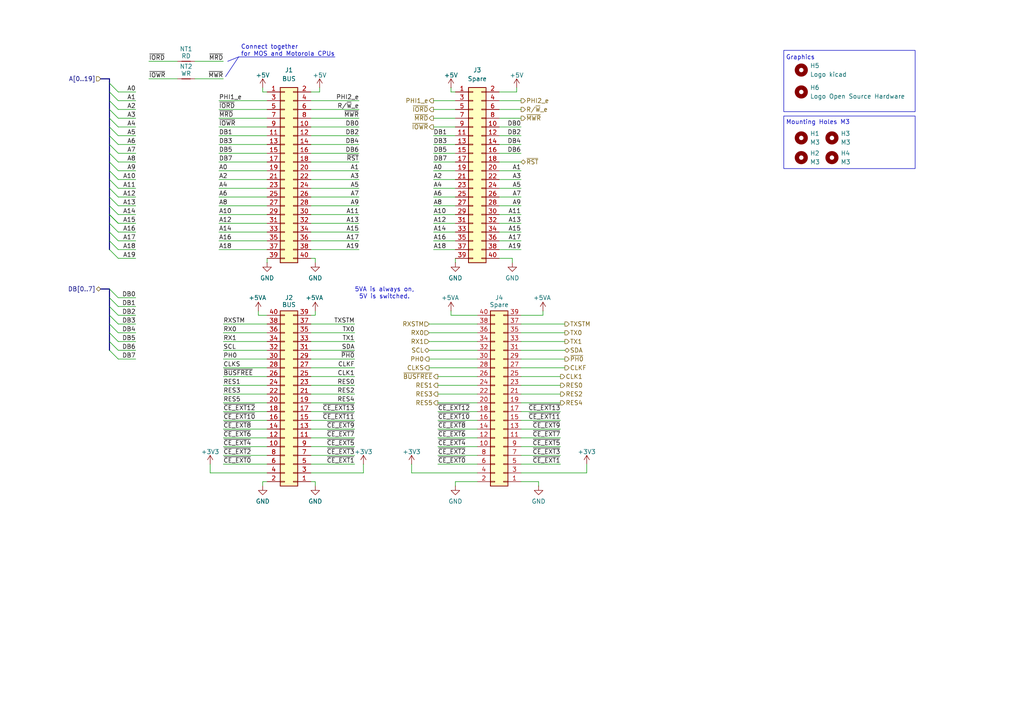
<source format=kicad_sch>
(kicad_sch (version 20231120) (generator "eeschema") (generator_version "8.0")
  (paper "A4")
  (title_block (title "Unicomp v3 - Bus") (date "2024-10-01") (rev "v1.0") (company "100% Offner") (comment 1 "v1.0: Initial"))
  (lib_symbols
    (symbol "Connector_Generic:Conn_02x20_Odd_Even" (pin_names (offset 1.016) hide)
      (property "Reference" "J" (at 1.27 25.4 0))
      (property "Value" "Conn_02x20_Odd_Even" (at 1.27 -27.94 0))
      (symbol "Conn_02x20_Odd_Even_1_1"
        (rectangle (start -1.27 -25.273) (end 0 -25.527) (stroke (width 0.1524)))
        (rectangle (start -1.27 -22.733) (end 0 -22.987) (stroke (width 0.1524)))
        (rectangle (start -1.27 -20.193) (end 0 -20.447) (stroke (width 0.1524)))
        (rectangle (start -1.27 -17.653) (end 0 -17.907) (stroke (width 0.1524)))
        (rectangle (start -1.27 -15.113) (end 0 -15.367) (stroke (width 0.1524)))
        (rectangle (start -1.27 -12.573) (end 0 -12.827) (stroke (width 0.1524)))
        (rectangle (start -1.27 -10.033) (end 0 -10.287) (stroke (width 0.1524)))
        (rectangle (start -1.27 -7.493) (end 0 -7.747) (stroke (width 0.1524)))
        (rectangle (start -1.27 -4.953) (end 0 -5.207) (stroke (width 0.1524)))
        (rectangle (start -1.27 -2.413) (end 0 -2.667) (stroke (width 0.1524)))
        (rectangle (start -1.27 0.127) (end 0 -0.127) (stroke (width 0.1524)))
        (rectangle (start -1.27 2.667) (end 0 2.413) (stroke (width 0.1524)))
        (rectangle (start -1.27 5.207) (end 0 4.953) (stroke (width 0.1524)))
        (rectangle (start -1.27 7.747) (end 0 7.493) (stroke (width 0.1524)))
        (rectangle (start -1.27 10.287) (end 0 10.033) (stroke (width 0.1524)))
        (rectangle (start -1.27 12.827) (end 0 12.573) (stroke (width 0.1524)))
        (rectangle (start -1.27 15.367) (end 0 15.113) (stroke (width 0.1524)))
        (rectangle (start -1.27 17.907) (end 0 17.653) (stroke (width 0.1524)))
        (rectangle (start -1.27 20.447) (end 0 20.193) (stroke (width 0.1524)))
        (rectangle (start -1.27 22.987) (end 0 22.733) (stroke (width 0.1524)))
        (rectangle (start -1.27 24.13) (end 3.81 -26.67) (stroke (width 0.254)) (fill (type background)))
        (rectangle (start 3.81 -25.273) (end 2.54 -25.527) (stroke (width 0.1524)))
        (rectangle (start 3.81 -22.733) (end 2.54 -22.987) (stroke (width 0.1524)))
        (rectangle (start 3.81 -20.193) (end 2.54 -20.447) (stroke (width 0.1524)))
        (rectangle (start 3.81 -17.653) (end 2.54 -17.907) (stroke (width 0.1524)))
        (rectangle (start 3.81 -15.113) (end 2.54 -15.367) (stroke (width 0.1524)))
        (rectangle (start 3.81 -12.573) (end 2.54 -12.827) (stroke (width 0.1524)))
        (rectangle (start 3.81 -10.033) (end 2.54 -10.287) (stroke (width 0.1524)))
        (rectangle (start 3.81 -7.493) (end 2.54 -7.747) (stroke (width 0.1524)))
        (rectangle (start 3.81 -4.953) (end 2.54 -5.207) (stroke (width 0.1524)))
        (rectangle (start 3.81 -2.413) (end 2.54 -2.667) (stroke (width 0.1524)))
        (rectangle (start 3.81 0.127) (end 2.54 -0.127) (stroke (width 0.1524)))
        (rectangle (start 3.81 2.667) (end 2.54 2.413) (stroke (width 0.1524)))
        (rectangle (start 3.81 5.207) (end 2.54 4.953) (stroke (width 0.1524)))
        (rectangle (start 3.81 7.747) (end 2.54 7.493) (stroke (width 0.1524)))
        (rectangle (start 3.81 10.287) (end 2.54 10.033) (stroke (width 0.1524)))
        (rectangle (start 3.81 12.827) (end 2.54 12.573) (stroke (width 0.1524)))
        (rectangle (start 3.81 15.367) (end 2.54 15.113) (stroke (width 0.1524)))
        (rectangle (start 3.81 17.907) (end 2.54 17.653) (stroke (width 0.1524)))
        (rectangle (start 3.81 20.447) (end 2.54 20.193) (stroke (width 0.1524)))
        (rectangle (start 3.81 22.987) (end 2.54 22.733) (stroke (width 0.1524)))
        (pin passive line (at -5.08 22.86 0) (length 3.81) (name "Pin_1") (number "1"))
        (pin passive line (at 7.62 12.7 180) (length 3.81) (name "Pin_10") (number "10"))
        (pin passive line (at -5.08 10.16 0) (length 3.81) (name "Pin_11") (number "11"))
        (pin passive line (at 7.62 10.16 180) (length 3.81) (name "Pin_12") (number "12"))
        (pin passive line (at -5.08 7.62 0) (length 3.81) (name "Pin_13") (number "13"))
        (pin passive line (at 7.62 7.62 180) (length 3.81) (name "Pin_14") (number "14"))
        (pin passive line (at -5.08 5.08 0) (length 3.81) (name "Pin_15") (number "15"))
        (pin passive line (at 7.62 5.08 180) (length 3.81) (name "Pin_16") (number "16"))
        (pin passive line (at -5.08 2.54 0) (length 3.81) (name "Pin_17") (number "17"))
        (pin passive line (at 7.62 2.54 180) (length 3.81) (name "Pin_18") (number "18"))
        (pin passive line (at -5.08 0 0) (length 3.81) (name "Pin_19") (number "19"))
        (pin passive line (at 7.62 22.86 180) (length 3.81) (name "Pin_2") (number "2"))
        (pin passive line (at 7.62 0 180) (length 3.81) (name "Pin_20") (number "20"))
        (pin passive line (at -5.08 -2.54 0) (length 3.81) (name "Pin_21") (number "21"))
        (pin passive line (at 7.62 -2.54 180) (length 3.81) (name "Pin_22") (number "22"))
        (pin passive line (at -5.08 -5.08 0) (length 3.81) (name "Pin_23") (number "23"))
        (pin passive line (at 7.62 -5.08 180) (length 3.81) (name "Pin_24") (number "24"))
        (pin passive line (at -5.08 -7.62 0) (length 3.81) (name "Pin_25") (number "25"))
        (pin passive line (at 7.62 -7.62 180) (length 3.81) (name "Pin_26") (number "26"))
        (pin passive line (at -5.08 -10.16 0) (length 3.81) (name "Pin_27") (number "27"))
        (pin passive line (at 7.62 -10.16 180) (length 3.81) (name "Pin_28") (number "28"))
        (pin passive line (at -5.08 -12.7 0) (length 3.81) (name "Pin_29") (number "29"))
        (pin passive line (at -5.08 20.32 0) (length 3.81) (name "Pin_3") (number "3"))
        (pin passive line (at 7.62 -12.7 180) (length 3.81) (name "Pin_30") (number "30"))
        (pin passive line (at -5.08 -15.24 0) (length 3.81) (name "Pin_31") (number "31"))
        (pin passive line (at 7.62 -15.24 180) (length 3.81) (name "Pin_32") (number "32"))
        (pin passive line (at -5.08 -17.78 0) (length 3.81) (name "Pin_33") (number "33"))
        (pin passive line (at 7.62 -17.78 180) (length 3.81) (name "Pin_34") (number "34"))
        (pin passive line (at -5.08 -20.32 0) (length 3.81) (name "Pin_35") (number "35"))
        (pin passive line (at 7.62 -20.32 180) (length 3.81) (name "Pin_36") (number "36"))
        (pin passive line (at -5.08 -22.86 0) (length 3.81) (name "Pin_37") (number "37"))
        (pin passive line (at 7.62 -22.86 180) (length 3.81) (name "Pin_38") (number "38"))
        (pin passive line (at -5.08 -25.4 0) (length 3.81) (name "Pin_39") (number "39"))
        (pin passive line (at 7.62 20.32 180) (length 3.81) (name "Pin_4") (number "4"))
        (pin passive line (at 7.62 -25.4 180) (length 3.81) (name "Pin_40") (number "40"))
        (pin passive line (at -5.08 17.78 0) (length 3.81) (name "Pin_5") (number "5"))
        (pin passive line (at 7.62 17.78 180) (length 3.81) (name "Pin_6") (number "6"))
        (pin passive line (at -5.08 15.24 0) (length 3.81) (name "Pin_7") (number "7"))
        (pin passive line (at 7.62 15.24 180) (length 3.81) (name "Pin_8") (number "8"))
        (pin passive line (at -5.08 12.7 0) (length 3.81) (name "Pin_9") (number "9"))
      )
    )
    (symbol "Device:NetTie_2" (pin_numbers hide) (pin_names (offset 0) hide) (in_bom no)
      (property "Reference" "NT" (at 0 1.27 0))
      (property "Value" "NetTie_2" (at 0 -1.27 0))
      (symbol "NetTie_2_0_1"
        (polyline (pts (xy -1.27 0) (xy 1.27 0)) (stroke (width 0.254)))
      )
      (symbol "NetTie_2_1_1"
        (pin passive line (at -2.54 0 0) (length 2.54) (name "1") (number "1"))
        (pin passive line (at 2.54 0 180) (length 2.54) (name "2") (number "2"))
      )
    )
    (symbol "Mechanical:MountingHole" (pin_names (offset 1.016)) (exclude_from_sim yes) (in_bom no)
      (property "Reference" "H" (at 0 5.08 0))
      (property "Value" "MountingHole" (at 0 3.175 0))
      (symbol "MountingHole_0_1"
        (circle (center 0 0) (radius 1.27) (stroke (width 1.27)))
      )
    )
    (symbol "power:+3V3" (power) (pin_numbers hide) (pin_names (offset 0) hide)
      (property "Value" "+3V3" (at 0 3.556 0))
      (symbol "+3V3_0_1"
        (polyline (pts (xy -0.762 1.27) (xy 0 2.54)))
        (polyline (pts (xy 0 0) (xy 0 2.54)))
        (polyline (pts (xy 0 2.54) (xy 0.762 1.27)))
      )
      (symbol "+3V3_1_1"
        (pin power_in line (at 0 0 90) (length 0) (name "~") (number "1"))
      )
    )
    (symbol "power:+5V" (power) (pin_numbers hide) (pin_names (offset 0) hide)
      (property "Value" "+5V" (at 0 3.556 0))
      (symbol "+5V_0_1"
        (polyline (pts (xy -0.762 1.27) (xy 0 2.54)))
        (polyline (pts (xy 0 0) (xy 0 2.54)))
        (polyline (pts (xy 0 2.54) (xy 0.762 1.27)))
      )
      (symbol "+5V_1_1"
        (pin power_in line (at 0 0 90) (length 0) (name "~") (number "1"))
      )
    )
    (symbol "power:+5VA" (power) (pin_numbers hide) (pin_names (offset 0) hide)
      (property "Value" "+5VA" (at 0 3.556 0))
      (symbol "+5VA_0_1"
        (polyline (pts (xy -0.762 1.27) (xy 0 2.54)))
        (polyline (pts (xy 0 0) (xy 0 2.54)))
        (polyline (pts (xy 0 2.54) (xy 0.762 1.27)))
      )
      (symbol "+5VA_1_1"
        (pin power_in line (at 0 0 90) (length 0) (name "~") (number "1"))
      )
    )
    (symbol "power:GND" (power) (pin_numbers hide) (pin_names (offset 0) hide)
      (property "Value" "GND" (at 0 -3.81 0))
      (symbol "GND_0_1"
        (polyline (pts (xy 0 0) (xy 0 -1.27) (xy 1.27 -1.27) (xy 0 -2.54) (xy -1.27 -1.27) (xy 0 -1.27)))
      )
      (symbol "GND_1_1"
        (pin power_in line (at 0 0 270) (length 0) (name "~") (number "1"))
      )
    )
  )
  (bus_entry (at 31.75 57.15) (size 2.54 2.54))
  (bus_entry (at 31.75 49.53) (size 2.54 2.54))
  (bus_entry (at 31.75 34.29) (size 2.54 2.54))
  (bus_entry (at 31.75 62.23) (size 2.54 2.54))
  (bus_entry (at 31.75 72.39) (size 2.54 2.54))
  (bus_entry (at 31.75 91.44) (size 2.54 2.54))
  (bus_entry (at 31.75 83.82) (size 2.54 2.54))
  (bus_entry (at 31.75 99.06) (size 2.54 2.54))
  (bus_entry (at 31.75 36.83) (size 2.54 2.54))
  (bus_entry (at 31.75 24.13) (size 2.54 2.54))
  (bus_entry (at 31.75 67.31) (size 2.54 2.54))
  (bus_entry (at 31.75 54.61) (size 2.54 2.54))
  (bus_entry (at 31.75 44.45) (size 2.54 2.54))
  (bus_entry (at 31.75 86.36) (size 2.54 2.54))
  (bus_entry (at 31.75 41.91) (size 2.54 2.54))
  (bus_entry (at 31.75 46.99) (size 2.54 2.54))
  (bus_entry (at 31.75 39.37) (size 2.54 2.54))
  (bus_entry (at 31.75 31.75) (size 2.54 2.54))
  (bus_entry (at 31.75 29.21) (size 2.54 2.54))
  (bus_entry (at 31.75 96.52) (size 2.54 2.54))
  (bus_entry (at 31.75 26.67) (size 2.54 2.54))
  (bus_entry (at 31.75 88.9) (size 2.54 2.54))
  (bus_entry (at 31.75 52.07) (size 2.54 2.54))
  (bus_entry (at 31.75 62.23) (size 2.54 2.54))
  (bus_entry (at 31.75 69.85) (size 2.54 2.54))
  (bus_entry (at 31.75 59.69) (size 2.54 2.54))
  (bus_entry (at 31.75 93.98) (size 2.54 2.54))
  (bus_entry (at 31.75 64.77) (size 2.54 2.54))
  (bus_entry (at 31.75 101.6) (size 2.54 2.54))
  (wire (pts (xy 39.37 91.44) (xy 34.29 91.44)))
  (wire (pts (xy 125.73 41.91) (xy 132.08 41.91)))
  (bus (pts (xy 31.75 91.44) (xy 31.75 88.9)))
  (bus (pts (xy 31.75 31.75) (xy 31.75 29.21)))
  (wire (pts (xy 91.44 74.93) (xy 90.17 74.93)))
  (wire (pts (xy 151.13 116.84) (xy 162.56 116.84)))
  (wire (pts (xy 125.73 44.45) (xy 132.08 44.45)))
  (wire (pts (xy 63.5 29.21) (xy 77.47 29.21)))
  (wire (pts (xy 144.78 57.15) (xy 151.13 57.15)))
  (wire (pts (xy 91.44 90.17) (xy 91.44 91.44)))
  (wire (pts (xy 156.21 139.7) (xy 151.13 139.7)))
  (wire (pts (xy 39.37 104.14) (xy 34.29 104.14)))
  (wire (pts (xy 90.17 99.06) (xy 102.87 99.06)))
  (wire (pts (xy 170.18 134.62) (xy 170.18 137.16)))
  (wire (pts (xy 125.73 39.37) (xy 132.08 39.37)))
  (wire (pts (xy 63.5 64.77) (xy 77.47 64.77)))
  (wire (pts (xy 130.81 90.17) (xy 130.81 91.44)))
  (wire (pts (xy 64.77 134.62) (xy 77.47 134.62)))
  (wire (pts (xy 144.78 64.77) (xy 151.13 64.77)))
  (wire (pts (xy 144.78 69.85) (xy 151.13 69.85)))
  (wire (pts (xy 64.77 121.92) (xy 77.47 121.92)))
  (wire (pts (xy 151.13 129.54) (xy 162.56 129.54)))
  (wire (pts (xy 127 111.76) (xy 138.43 111.76)))
  (wire (pts (xy 90.17 64.77) (xy 104.14 64.77)))
  (wire (pts (xy 149.86 26.67) (xy 144.78 26.67)))
  (wire (pts (xy 39.37 69.85) (xy 34.29 69.85)))
  (wire (pts (xy 91.44 76.2) (xy 91.44 74.93)))
  (wire (pts (xy 151.13 99.06) (xy 163.83 99.06)))
  (wire (pts (xy 90.17 59.69) (xy 104.14 59.69)))
  (wire (pts (xy 127 127) (xy 138.43 127)))
  (wire (pts (xy 130.81 91.44) (xy 138.43 91.44)))
  (wire (pts (xy 63.5 36.83) (xy 77.47 36.83)))
  (wire (pts (xy 63.5 39.37) (xy 77.47 39.37)))
  (wire (pts (xy 90.17 116.84) (xy 102.87 116.84)))
  (wire (pts (xy 157.48 90.17) (xy 157.48 91.44)))
  (wire (pts (xy 56.515 17.78) (xy 64.77 17.78)))
  (wire (pts (xy 125.73 69.85) (xy 132.08 69.85)))
  (wire (pts (xy 60.96 137.16) (xy 77.47 137.16)))
  (wire (pts (xy 148.59 76.2) (xy 148.59 74.93)))
  (wire (pts (xy 151.13 127) (xy 162.56 127)))
  (bus (pts (xy 31.75 99.06) (xy 31.75 96.52)))
  (bus (pts (xy 31.75 88.9) (xy 31.75 86.36)))
  (wire (pts (xy 125.73 46.99) (xy 132.08 46.99)))
  (wire (pts (xy 76.2 25.4) (xy 76.2 26.67)))
  (wire (pts (xy 125.73 31.75) (xy 132.08 31.75)))
  (wire (pts (xy 39.37 36.83) (xy 34.29 36.83)))
  (wire (pts (xy 39.37 57.15) (xy 34.29 57.15)))
  (wire (pts (xy 74.93 91.44) (xy 77.47 91.44)))
  (bus (pts (xy 31.75 64.77) (xy 31.75 62.23)))
  (wire (pts (xy 39.37 62.23) (xy 34.29 62.23)))
  (wire (pts (xy 64.77 99.06) (xy 77.47 99.06)))
  (wire (pts (xy 149.86 25.4) (xy 149.86 26.67)))
  (wire (pts (xy 125.73 57.15) (xy 132.08 57.15)))
  (wire (pts (xy 39.37 52.07) (xy 34.29 52.07)))
  (wire (pts (xy 90.17 36.83) (xy 104.14 36.83)))
  (wire (pts (xy 39.37 49.53) (xy 34.29 49.53)))
  (bus (pts (xy 31.75 44.45) (xy 31.75 41.91)))
  (wire (pts (xy 92.71 25.4) (xy 92.71 26.67)))
  (wire (pts (xy 90.17 31.75) (xy 104.14 31.75)))
  (wire (pts (xy 64.77 124.46) (xy 77.47 124.46)))
  (bus (pts (xy 31.75 86.36) (xy 31.75 83.82)))
  (wire (pts (xy 64.77 106.68) (xy 77.47 106.68)))
  (wire (pts (xy 39.37 88.9) (xy 34.29 88.9)))
  (wire (pts (xy 64.77 101.6) (xy 77.47 101.6)))
  (wire (pts (xy 64.77 114.3) (xy 77.47 114.3)))
  (bus (pts (xy 31.75 69.85) (xy 31.75 67.31)))
  (wire (pts (xy 39.37 46.99) (xy 34.29 46.99)))
  (wire (pts (xy 125.73 59.69) (xy 132.08 59.69)))
  (wire (pts (xy 39.37 96.52) (xy 34.29 96.52)))
  (wire (pts (xy 64.77 129.54) (xy 77.47 129.54)))
  (wire (pts (xy 39.37 39.37) (xy 34.29 39.37)))
  (wire (pts (xy 125.73 36.83) (xy 132.08 36.83)))
  (wire (pts (xy 125.73 52.07) (xy 132.08 52.07)))
  (wire (pts (xy 39.37 34.29) (xy 34.29 34.29)))
  (wire (pts (xy 63.5 31.75) (xy 77.47 31.75)))
  (wire (pts (xy 127 116.84) (xy 138.43 116.84)))
  (wire (pts (xy 151.13 124.46) (xy 162.56 124.46)))
  (wire (pts (xy 130.81 26.67) (xy 132.08 26.67)))
  (wire (pts (xy 151.13 101.6) (xy 163.83 101.6)))
  (bus (pts (xy 31.75 39.37) (xy 31.75 36.83)))
  (wire (pts (xy 63.5 52.07) (xy 77.47 52.07)))
  (wire (pts (xy 90.17 134.62) (xy 102.87 134.62)))
  (bus (pts (xy 31.75 93.98) (xy 31.75 91.44)))
  (wire (pts (xy 39.37 44.45) (xy 34.29 44.45)))
  (wire (pts (xy 157.48 91.44) (xy 151.13 91.44)))
  (wire (pts (xy 127 114.3) (xy 138.43 114.3)))
  (wire (pts (xy 124.46 106.68) (xy 138.43 106.68)))
  (wire (pts (xy 77.47 76.2) (xy 77.47 74.93)))
  (wire (pts (xy 63.5 72.39) (xy 77.47 72.39)))
  (wire (pts (xy 151.13 109.22) (xy 162.56 109.22)))
  (wire (pts (xy 90.17 69.85) (xy 104.14 69.85)))
  (wire (pts (xy 63.5 62.23) (xy 77.47 62.23)))
  (wire (pts (xy 127 119.38) (xy 138.43 119.38)))
  (wire (pts (xy 63.5 59.69) (xy 77.47 59.69)))
  (polyline (pts (xy 97.155 16.51) (xy 69.215 16.51)))
  (wire (pts (xy 90.17 57.15) (xy 104.14 57.15)))
  (wire (pts (xy 91.44 91.44) (xy 90.17 91.44)))
  (wire (pts (xy 125.73 62.23) (xy 132.08 62.23)))
  (bus (pts (xy 31.75 52.07) (xy 31.75 49.53)))
  (bus (pts (xy 31.75 54.61) (xy 31.75 52.07)))
  (wire (pts (xy 39.37 64.77) (xy 34.29 64.77)))
  (wire (pts (xy 144.78 62.23) (xy 151.13 62.23)))
  (wire (pts (xy 125.73 34.29) (xy 132.08 34.29)))
  (bus (pts (xy 31.75 72.39) (xy 31.75 69.85)))
  (wire (pts (xy 144.78 67.31) (xy 151.13 67.31)))
  (wire (pts (xy 151.13 132.08) (xy 162.56 132.08)))
  (wire (pts (xy 119.38 137.16) (xy 138.43 137.16)))
  (wire (pts (xy 151.13 96.52) (xy 163.83 96.52)))
  (wire (pts (xy 63.5 54.61) (xy 77.47 54.61)))
  (bus (pts (xy 31.75 49.53) (xy 31.75 46.99)))
  (wire (pts (xy 76.2 140.97) (xy 76.2 139.7)))
  (wire (pts (xy 156.21 140.97) (xy 156.21 139.7)))
  (wire (pts (xy 39.37 99.06) (xy 34.29 99.06)))
  (wire (pts (xy 91.44 140.97) (xy 91.44 139.7)))
  (bus (pts (xy 31.75 29.21) (xy 31.75 26.67)))
  (wire (pts (xy 125.73 67.31) (xy 132.08 67.31)))
  (wire (pts (xy 144.78 49.53) (xy 151.13 49.53)))
  (wire (pts (xy 39.37 86.36) (xy 34.29 86.36)))
  (bus (pts (xy 31.75 83.82) (xy 29.21 83.82)))
  (wire (pts (xy 127 121.92) (xy 138.43 121.92)))
  (wire (pts (xy 127 129.54) (xy 138.43 129.54)))
  (wire (pts (xy 63.5 34.29) (xy 77.47 34.29)))
  (wire (pts (xy 144.78 34.29) (xy 151.13 34.29)))
  (wire (pts (xy 43.18 17.78) (xy 51.435 17.78)))
  (wire (pts (xy 63.5 46.99) (xy 77.47 46.99)))
  (wire (pts (xy 90.17 106.68) (xy 102.87 106.68)))
  (wire (pts (xy 144.78 29.21) (xy 151.13 29.21)))
  (wire (pts (xy 76.2 26.67) (xy 77.47 26.67)))
  (wire (pts (xy 90.17 114.3) (xy 102.87 114.3)))
  (wire (pts (xy 132.08 76.2) (xy 132.08 74.93)))
  (wire (pts (xy 125.73 72.39) (xy 132.08 72.39)))
  (wire (pts (xy 74.93 90.17) (xy 74.93 91.44)))
  (wire (pts (xy 64.77 109.22) (xy 77.47 109.22)))
  (wire (pts (xy 39.37 74.93) (xy 34.29 74.93)))
  (wire (pts (xy 90.17 104.14) (xy 102.87 104.14)))
  (wire (pts (xy 90.17 44.45) (xy 104.14 44.45)))
  (wire (pts (xy 64.77 111.76) (xy 77.47 111.76)))
  (wire (pts (xy 144.78 54.61) (xy 151.13 54.61)))
  (wire (pts (xy 124.46 101.6) (xy 138.43 101.6)))
  (bus (pts (xy 31.75 57.15) (xy 31.75 54.61)))
  (wire (pts (xy 151.13 93.98) (xy 163.83 93.98)))
  (wire (pts (xy 63.5 69.85) (xy 77.47 69.85)))
  (wire (pts (xy 64.77 93.98) (xy 77.47 93.98)))
  (wire (pts (xy 39.37 31.75) (xy 34.29 31.75)))
  (wire (pts (xy 90.17 62.23) (xy 104.14 62.23)))
  (wire (pts (xy 124.46 96.52) (xy 138.43 96.52)))
  (wire (pts (xy 127 124.46) (xy 138.43 124.46)))
  (wire (pts (xy 90.17 49.53) (xy 104.14 49.53)))
  (bus (pts (xy 31.75 46.99) (xy 31.75 44.45)))
  (wire (pts (xy 64.77 96.52) (xy 77.47 96.52)))
  (wire (pts (xy 124.46 104.14) (xy 138.43 104.14)))
  (wire (pts (xy 90.17 127) (xy 102.87 127)))
  (wire (pts (xy 92.71 26.67) (xy 90.17 26.67)))
  (wire (pts (xy 56.515 22.86) (xy 64.77 22.86)))
  (wire (pts (xy 76.2 139.7) (xy 77.47 139.7)))
  (wire (pts (xy 124.46 99.06) (xy 138.43 99.06)))
  (wire (pts (xy 144.78 44.45) (xy 151.13 44.45)))
  (wire (pts (xy 144.78 59.69) (xy 151.13 59.69)))
  (wire (pts (xy 125.73 54.61) (xy 132.08 54.61)))
  (wire (pts (xy 43.18 22.86) (xy 51.435 22.86)))
  (wire (pts (xy 63.5 67.31) (xy 77.47 67.31)))
  (wire (pts (xy 127 132.08) (xy 138.43 132.08)))
  (wire (pts (xy 90.17 119.38) (xy 102.87 119.38)))
  (wire (pts (xy 63.5 41.91) (xy 77.47 41.91)))
  (wire (pts (xy 39.37 59.69) (xy 34.29 59.69)))
  (wire (pts (xy 63.5 44.45) (xy 77.47 44.45)))
  (wire (pts (xy 60.96 134.62) (xy 60.96 137.16)))
  (polyline (pts (xy 65.405 22.225) (xy 69.215 16.51)))
  (wire (pts (xy 151.13 119.38) (xy 162.56 119.38)))
  (wire (pts (xy 64.77 116.84) (xy 77.47 116.84)))
  (wire (pts (xy 90.17 129.54) (xy 102.87 129.54)))
  (wire (pts (xy 127 134.62) (xy 138.43 134.62)))
  (wire (pts (xy 39.37 93.98) (xy 34.29 93.98)))
  (wire (pts (xy 64.77 127) (xy 77.47 127)))
  (wire (pts (xy 39.37 101.6) (xy 34.29 101.6)))
  (wire (pts (xy 64.77 119.38) (xy 77.47 119.38)))
  (wire (pts (xy 144.78 31.75) (xy 151.13 31.75)))
  (bus (pts (xy 31.75 36.83) (xy 31.75 34.29)))
  (wire (pts (xy 151.13 111.76) (xy 162.56 111.76)))
  (wire (pts (xy 90.17 41.91) (xy 104.14 41.91)))
  (wire (pts (xy 151.13 137.16) (xy 170.18 137.16)))
  (wire (pts (xy 63.5 57.15) (xy 77.47 57.15)))
  (wire (pts (xy 148.59 74.93) (xy 144.78 74.93)))
  (wire (pts (xy 90.17 39.37) (xy 104.14 39.37)))
  (wire (pts (xy 119.38 134.62) (xy 119.38 137.16)))
  (wire (pts (xy 90.17 34.29) (xy 104.14 34.29)))
  (wire (pts (xy 39.37 41.91) (xy 34.29 41.91)))
  (wire (pts (xy 132.08 139.7) (xy 138.43 139.7)))
  (wire (pts (xy 125.73 64.77) (xy 132.08 64.77)))
  (wire (pts (xy 39.37 29.21) (xy 34.29 29.21)))
  (wire (pts (xy 90.17 93.98) (xy 102.87 93.98)))
  (wire (pts (xy 144.78 41.91) (xy 151.13 41.91)))
  (wire (pts (xy 144.78 46.99) (xy 151.13 46.99)))
  (bus (pts (xy 31.75 59.69) (xy 31.75 57.15)))
  (wire (pts (xy 90.17 101.6) (xy 102.87 101.6)))
  (wire (pts (xy 90.17 124.46) (xy 102.87 124.46)))
  (bus (pts (xy 31.75 41.91) (xy 31.75 39.37)))
  (wire (pts (xy 90.17 109.22) (xy 102.87 109.22)))
  (wire (pts (xy 151.13 104.14) (xy 163.83 104.14)))
  (wire (pts (xy 125.73 29.21) (xy 132.08 29.21)))
  (bus (pts (xy 31.75 26.67) (xy 31.75 24.13)))
  (wire (pts (xy 64.77 132.08) (xy 77.47 132.08)))
  (bus (pts (xy 31.75 62.23) (xy 31.75 59.69)))
  (wire (pts (xy 39.37 72.39) (xy 34.29 72.39)))
  (wire (pts (xy 90.17 111.76) (xy 102.87 111.76)))
  (wire (pts (xy 39.37 67.31) (xy 34.29 67.31)))
  (bus (pts (xy 31.75 24.13) (xy 31.75 22.86)))
  (wire (pts (xy 130.81 25.4) (xy 130.81 26.67)))
  (wire (pts (xy 90.17 121.92) (xy 102.87 121.92)))
  (polyline (pts (xy 66.04 17.78) (xy 69.215 16.51)))
  (wire (pts (xy 90.17 137.16) (xy 105.41 137.16)))
  (bus (pts (xy 31.75 96.52) (xy 31.75 93.98)))
  (wire (pts (xy 90.17 67.31) (xy 104.14 67.31)))
  (wire (pts (xy 63.5 49.53) (xy 77.47 49.53)))
  (wire (pts (xy 90.17 29.21) (xy 104.14 29.21)))
  (wire (pts (xy 90.17 52.07) (xy 104.14 52.07)))
  (wire (pts (xy 90.17 54.61) (xy 104.14 54.61)))
  (wire (pts (xy 125.73 49.53) (xy 132.08 49.53)))
  (wire (pts (xy 39.37 26.67) (xy 34.29 26.67)))
  (wire (pts (xy 144.78 72.39) (xy 151.13 72.39)))
  (bus (pts (xy 31.75 101.6) (xy 31.75 99.06)))
  (wire (pts (xy 90.17 72.39) (xy 104.14 72.39)))
  (wire (pts (xy 151.13 121.92) (xy 162.56 121.92)))
  (wire (pts (xy 151.13 134.62) (xy 162.56 134.62)))
  (wire (pts (xy 151.13 114.3) (xy 162.56 114.3)))
  (bus (pts (xy 31.75 67.31) (xy 31.75 64.77)))
  (wire (pts (xy 144.78 39.37) (xy 151.13 39.37)))
  (wire (pts (xy 144.78 52.07) (xy 151.13 52.07)))
  (wire (pts (xy 90.17 132.08) (xy 102.87 132.08)))
  (wire (pts (xy 127 109.22) (xy 138.43 109.22)))
  (wire (pts (xy 105.41 134.62) (xy 105.41 137.16)))
  (wire (pts (xy 91.44 139.7) (xy 90.17 139.7)))
  (wire (pts (xy 151.13 106.68) (xy 163.83 106.68)))
  (wire (pts (xy 90.17 46.99) (xy 104.14 46.99)))
  (bus (pts (xy 31.75 22.86) (xy 29.21 22.86)))
  (wire (pts (xy 144.78 36.83) (xy 151.13 36.83)))
  (wire (pts (xy 132.08 140.97) (xy 132.08 139.7)))
  (wire (pts (xy 90.17 96.52) (xy 102.87 96.52)))
  (wire (pts (xy 39.37 54.61) (xy 34.29 54.61)))
  (wire (pts (xy 124.46 93.98) (xy 138.43 93.98)))
  (bus (pts (xy 31.75 34.29) (xy 31.75 31.75)))
  (wire (pts (xy 64.77 104.14) (xy 77.47 104.14)))
  (rectangle (start 227.33 33.655) (end 265.43 48.895))
  (rectangle (start 227.33 14.605) (end 265.43 32.385))
  (text "Graphics" (at 232.156 16.764 0) (effects (font (size 1.27 1.27))))
  (text "Connect together\nfor MOS and Motorola CPUs" (at 69.85 16.51 0) (effects (font (size 1.27 1.27)) (justify left bottom)))
  (text "5VA is always on,\n5V is switched." (at 111.506 85.09 0) (effects (font (size 1.27 1.27))))
  (text "Mounting Holes M3" (at 237.236 35.56 0) (effects (font (size 1.27 1.27))))
  (label "DB7" (at 63.5 46.99 0))
  (label "~{CE_EXT8}" (at 64.77 124.46 0))
  (label "~{CE_EXT1}" (at 102.87 134.62 180))
  (label "A19" (at 151.13 72.39 180))
  (label "~{CE_EXT6}" (at 64.77 127 0))
  (label "A15" (at 151.13 67.31 180))
  (label "A0" (at 39.37 26.67 180))
  (label "RX1" (at 64.77 99.06 0))
  (label "A17" (at 39.37 69.85 180))
  (label "A17" (at 104.14 69.85 180))
  (label "A0" (at 63.5 49.53 0))
  (label "~{CE_EXT5}" (at 162.56 129.54 180))
  (label "~{CE_EXT1}" (at 162.56 134.62 180))
  (label "DB4" (at 39.37 96.52 180))
  (label "A6" (at 63.5 57.15 0))
  (label "DB0" (at 39.37 86.36 180))
  (label "A18" (at 63.5 72.39 0))
  (label "DB7" (at 39.37 104.14 180))
  (label "DB5" (at 39.37 99.06 180))
  (label "A7" (at 151.13 57.15 180))
  (label "A17" (at 151.13 69.85 180))
  (label "DB7" (at 125.73 46.99 0))
  (label "RES5" (at 64.77 116.84 0))
  (label "~{CE_EXT8}" (at 127 124.46 0))
  (label "A11" (at 151.13 62.23 180))
  (label "DB6" (at 151.13 44.45 180))
  (label "~{CE_EXT13}" (at 102.87 119.38 180))
  (label "A13" (at 104.14 64.77 180))
  (label "DB3" (at 39.37 93.98 180))
  (label "A0" (at 125.73 49.53 0))
  (label "A16" (at 63.5 69.85 0))
  (label "A5" (at 39.37 39.37 180))
  (label "A15" (at 39.37 64.77 180))
  (label "DB2" (at 39.37 91.44 180))
  (label "A9" (at 39.37 49.53 180))
  (label "~{CE_EXT4}" (at 64.77 129.54 0))
  (label "A4" (at 125.73 54.61 0))
  (label "~{CE_EXT13}" (at 162.56 119.38 180))
  (label "A5" (at 104.14 54.61 180))
  (label "A12" (at 63.5 64.77 0))
  (label "DB2" (at 104.14 39.37 180))
  (label "A8" (at 63.5 59.69 0))
  (label "CLK1" (at 102.87 109.22 180))
  (label "~{CE_EXT5}" (at 102.87 129.54 180))
  (label "SDA" (at 102.87 101.6 180))
  (label "A11" (at 39.37 54.61 180))
  (label "CLKF" (at 102.87 106.68 180))
  (label "A2" (at 63.5 52.07 0))
  (label "~{CE_EXT6}" (at 127 127 0))
  (label "A5" (at 151.13 54.61 180))
  (label "DB6" (at 39.37 101.6 180))
  (label "A11" (at 104.14 62.23 180))
  (label "~{CE_EXT0}" (at 127 134.62 0))
  (label "A7" (at 104.14 57.15 180))
  (label "A10" (at 39.37 52.07 180))
  (label "~{MRD}" (at 64.77 17.78 180))
  (label "A16" (at 125.73 69.85 0))
  (label "A9" (at 151.13 59.69 180))
  (label "~{CE_EXT12}" (at 127 119.38 0))
  (label "~{CE_EXT0}" (at 64.77 134.62 0))
  (label "~{IORD}" (at 63.5 31.75 0))
  (label "A3" (at 151.13 52.07 180))
  (label "A2" (at 125.73 52.07 0))
  (label "~{CE_EXT7}" (at 102.87 127 180))
  (label "RES4" (at 102.87 116.84 180))
  (label "~{CE_EXT3}" (at 102.87 132.08 180))
  (label "A7" (at 39.37 44.45 180))
  (label "A15" (at 104.14 67.31 180))
  (label "PH0" (at 64.77 104.14 0))
  (label "TX0" (at 102.87 96.52 180))
  (label "~{MWR}" (at 104.14 34.29 180))
  (label "~{IORD}" (at 43.18 17.78 0))
  (label "A19" (at 104.14 72.39 180))
  (label "DB3" (at 63.5 41.91 0))
  (label "RES1" (at 64.77 111.76 0))
  (label "~{MWR}" (at 64.77 22.86 180))
  (label "DB4" (at 151.13 41.91 180))
  (label "DB1" (at 39.37 88.9 180))
  (label "~{IOWR}" (at 43.18 22.86 0))
  (label "A3" (at 39.37 34.29 180))
  (label "DB0" (at 151.13 36.83 180))
  (label "A14" (at 63.5 67.31 0))
  (label "A10" (at 125.73 62.23 0))
  (label "~{RST}" (at 104.14 46.99 180))
  (label "DB1" (at 125.73 39.37 0))
  (label "DB4" (at 104.14 41.91 180))
  (label "A12" (at 39.37 57.15 180))
  (label "~{CE_EXT2}" (at 127 132.08 0))
  (label "~{BUSFREE}" (at 64.77 109.22 0))
  (label "DB5" (at 125.73 44.45 0))
  (label "A8" (at 125.73 59.69 0))
  (label "~{IOWR}" (at 63.5 36.83 0))
  (label "A4" (at 39.37 36.83 180))
  (label "~{CE_EXT9}" (at 162.56 124.46 180))
  (label "A10" (at 63.5 62.23 0))
  (label "A14" (at 39.37 62.23 180))
  (label "~{CE_EXT10}" (at 127 121.92 0))
  (label "DB6" (at 104.14 44.45 180))
  (label "A2" (at 39.37 31.75 180))
  (label "DB5" (at 63.5 44.45 0))
  (label "R{slash}~{W}_e" (at 104.14 31.75 180))
  (label "DB2" (at 151.13 39.37 180))
  (label "CLKS" (at 64.77 106.68 0))
  (label "PHI2_e" (at 104.14 29.21 180))
  (label "DB1" (at 63.5 39.37 0))
  (label "A6" (at 125.73 57.15 0))
  (label "A13" (at 39.37 59.69 180))
  (label "A14" (at 125.73 67.31 0))
  (label "RES2" (at 102.87 114.3 180))
  (label "A18" (at 39.37 72.39 180))
  (label "A13" (at 151.13 64.77 180))
  (label "~{CE_EXT7}" (at 162.56 127 180))
  (label "~{CE_EXT10}" (at 64.77 121.92 0))
  (label "~{CE_EXT11}" (at 162.56 121.92 180))
  (label "A1" (at 104.14 49.53 180))
  (label "~{CE_EXT11}" (at 102.87 121.92 180))
  (label "TXSTM" (at 102.87 93.98 180))
  (label "A12" (at 125.73 64.77 0))
  (label "~{CE_EXT2}" (at 64.77 132.08 0))
  (label "A3" (at 104.14 52.07 180))
  (label "~{CE_EXT12}" (at 64.77 119.38 0))
  (label "A4" (at 63.5 54.61 0))
  (label "DB3" (at 125.73 41.91 0))
  (label "~{CE_EXT3}" (at 162.56 132.08 180))
  (label "TX1" (at 102.87 99.06 180))
  (label "SCL" (at 64.77 101.6 0))
  (label "A9" (at 104.14 59.69 180))
  (label "A6" (at 39.37 41.91 180))
  (label "A18" (at 125.73 72.39 0))
  (label "RXSTM" (at 64.77 93.98 0))
  (label "~{PH0}" (at 102.87 104.14 180))
  (label "DB0" (at 104.14 36.83 180))
  (label "RX0" (at 64.77 96.52 0))
  (label "~{MRD}" (at 63.5 34.29 0))
  (label "RES3" (at 64.77 114.3 0))
  (label "A19" (at 39.37 74.93 180))
  (label "PHI1_e" (at 63.5 29.21 0))
  (label "RES0" (at 102.87 111.76 180))
  (label "A16" (at 39.37 67.31 180))
  (label "A8" (at 39.37 46.99 180))
  (label "A1" (at 39.37 29.21 180))
  (label "~{CE_EXT4}" (at 127 129.54 0))
  (label "A1" (at 151.13 49.53 180))
  (label "~{CE_EXT9}" (at 102.87 124.46 180))
  (hierarchical_label "RES1" (shape output) (at 127 111.76 180))
  (hierarchical_label "RES5" (shape output) (at 127 116.84 180))
  (hierarchical_label "CLKF" (shape output) (at 163.83 106.68 0))
  (hierarchical_label "DB[0..7]" (shape bidirectional) (at 29.21 83.82 180))
  (hierarchical_label "~{IOWR}" (shape output) (at 125.73 36.83 180))
  (hierarchical_label "A[0..19]" (shape input) (at 29.21 22.86 180))
  (hierarchical_label "CLK1" (shape output) (at 162.56 109.22 0))
  (hierarchical_label "RX1" (shape input) (at 124.46 99.06 180))
  (hierarchical_label "~{RST}" (shape tri_state) (at 151.13 46.99 0))
  (hierarchical_label "TX0" (shape output) (at 163.83 96.52 0))
  (hierarchical_label "RES0" (shape output) (at 162.56 111.76 0))
  (hierarchical_label "SCL" (shape bidirectional) (at 124.46 101.6 180))
  (hierarchical_label "PHI1_e" (shape output) (at 125.73 29.21 180))
  (hierarchical_label "PH0" (shape output) (at 124.46 104.14 180))
  (hierarchical_label "~{IORD}" (shape output) (at 125.73 31.75 180))
  (hierarchical_label "SDA" (shape bidirectional) (at 163.83 101.6 0))
  (hierarchical_label "~{MRD}" (shape output) (at 125.73 34.29 180))
  (hierarchical_label "~{PH0}" (shape output) (at 163.83 104.14 0))
  (hierarchical_label "RES2" (shape output) (at 162.56 114.3 0))
  (hierarchical_label "~{MWR}" (shape output) (at 151.13 34.29 0))
  (hierarchical_label "CLKS" (shape output) (at 124.46 106.68 180))
  (hierarchical_label "TXSTM" (shape output) (at 163.83 93.98 0))
  (hierarchical_label "~{BUSFREE}" (shape output) (at 127 109.22 180))
  (hierarchical_label "RES4" (shape output) (at 162.56 116.84 0))
  (hierarchical_label "R{slash}~{W}_e" (shape output) (at 151.13 31.75 0))
  (hierarchical_label "RES3" (shape output) (at 127 114.3 180))
  (hierarchical_label "TX1" (shape output) (at 163.83 99.06 0))
  (hierarchical_label "RXSTM" (shape input) (at 124.46 93.98 180))
  (hierarchical_label "RX0" (shape input) (at 124.46 96.52 180))
  (hierarchical_label "PHI2_e" (shape output) (at 151.13 29.21 0))
  (symbol (lib_id "Mechanical:MountingHole") (at 232.41 40.005 0) (unit 1)
    (property "Reference" "H1" (at 234.95 38.7349 0) (effects (justify left)))
    (property "Value" "M3" (at 234.95 41.2749 0) (effects (justify left)))
    (property "Footprint" "MountingHole:MountingHole_3.2mm_M3" (effects (hide yes)))
    (property "Description" "Mounting Hole without connection" (effects (hide yes)))
  )
  (symbol (lib_id "Mechanical:MountingHole") (at 241.3 40.005 0) (unit 1)
    (property "Reference" "H3" (at 243.84 38.7349 0) (effects (justify left)))
    (property "Value" "M3" (at 243.84 41.2749 0) (effects (justify left)))
    (property "Footprint" "MountingHole:MountingHole_3.2mm_M3" (effects (hide yes)))
    (property "Description" "Mounting Hole without connection" (effects (hide yes)))
  )
  (symbol (lib_id "Connector_Generic:Conn_02x20_Odd_Even") (at 146.05 116.84 180) (unit 1)
    (property "Reference" "J4" (at 144.78 86.344 0))
    (property "Value" "Spare" (at 144.78 88.392 0))
    (property "Footprint" "Connector_PinSocket_2.54mm:PinSocket_2x20_P2.54mm_Vertical" (effects (hide yes)))
    (property "Description" "Generic connector, double row, 02x20, odd/even pin numbering scheme (row 1 odd numbers, row 2 even numbers), script generated (kicad-library-utils/schlib/autogen/connector/)" (effects (hide yes)))
  )
  (symbol (lib_id "power:+5VA") (at 130.81 90.17 0) (unit 1)
    (property "Reference" "#PWR097" (effects (hide yes)))
    (property "Value" "+5VA" (at 130.556 86.36 0))
    (property "Description" "Power symbol creates a global label with name \"+5VA\"" (effects (hide yes)))
  )
  (symbol (lib_id "power:GND") (at 91.44 140.97 0) (unit 1)
    (property "Reference" "#PWR092" (effects (hide yes)))
    (property "Value" "GND" (at 91.44 145.4134 0))
    (property "Description" "Power symbol creates a global label with name \"GND\" , ground" (effects (hide yes)))
  )
  (symbol (lib_id "Device:NetTie_2") (at 53.975 17.78 0) (unit 1) (in_bom no)
    (property "Reference" "NT1" (at 53.975 14.2 0))
    (property "Value" "RD" (at 53.975 16.248 0))
    (property "Footprint" "NetTie:NetTie-2_SMD_Pad0.5mm" (effects (hide yes)))
  )
  (symbol (lib_id "power:GND") (at 77.47 76.2 0) (unit 1)
    (property "Reference" "#PWR089" (effects (hide yes)))
    (property "Value" "GND" (at 77.47 80.6434 0))
    (property "Description" "Power symbol creates a global label with name \"GND\" , ground" (effects (hide yes)))
  )
  (symbol (lib_id "power:+5V") (at 76.2 25.4 0) (unit 1)
    (property "Reference" "#PWR087" (effects (hide yes)))
    (property "Value" "+5V" (at 76.2 21.8242 0))
    (property "Description" "Power symbol creates a global label with name \"+5V\"" (effects (hide yes)))
  )
  (symbol (lib_id "power:+3V3") (at 170.18 134.62 0) (unit 1)
    (property "Reference" "#PWR0104" (effects (hide yes)))
    (property "Value" "+3V3" (at 170.18 131.0442 0))
    (property "Description" "Power symbol creates a global label with name \"+3V3\"" (effects (hide yes)))
  )
  (symbol (lib_id "power:+3V3") (at 119.38 134.62 0) (unit 1)
    (property "Reference" "#PWR095" (effects (hide yes)))
    (property "Value" "+3V3" (at 119.38 131.0442 0))
    (property "Description" "Power symbol creates a global label with name \"+3V3\"" (effects (hide yes)))
  )
  (symbol (lib_id "power:+3V3") (at 105.41 134.62 0) (unit 1)
    (property "Reference" "#PWR094" (effects (hide yes)))
    (property "Value" "+3V3" (at 105.41 131.0442 0))
    (property "Description" "Power symbol creates a global label with name \"+3V3\"" (effects (hide yes)))
  )
  (symbol (lib_id "Mechanical:MountingHole") (at 241.3 45.72 0) (unit 1)
    (property "Reference" "H4" (at 243.84 44.4499 0) (effects (justify left)))
    (property "Value" "M3" (at 243.84 46.9899 0) (effects (justify left)))
    (property "Footprint" "MountingHole:MountingHole_3.2mm_M3" (effects (hide yes)))
    (property "Description" "Mounting Hole without connection" (effects (hide yes)))
  )
  (symbol (lib_id "power:GND") (at 91.44 76.2 0) (unit 1)
    (property "Reference" "#PWR090" (effects (hide yes)))
    (property "Value" "GND" (at 91.44 80.6434 0))
    (property "Description" "Power symbol creates a global label with name \"GND\" , ground" (effects (hide yes)))
  )
  (symbol (lib_id "power:GND") (at 156.21 140.97 0) (unit 1)
    (property "Reference" "#PWR0102" (effects (hide yes)))
    (property "Value" "GND" (at 156.21 145.4134 0))
    (property "Description" "Power symbol creates a global label with name \"GND\" , ground" (effects (hide yes)))
  )
  (symbol (lib_id "power:+3V3") (at 60.96 134.62 0) (unit 1)
    (property "Reference" "#PWR085" (effects (hide yes)))
    (property "Value" "+3V3" (at 60.96 131.0442 0))
    (property "Description" "Power symbol creates a global label with name \"+3V3\"" (effects (hide yes)))
  )
  (symbol (lib_id "power:+5V") (at 130.81 25.4 0) (unit 1)
    (property "Reference" "#PWR096" (effects (hide yes)))
    (property "Value" "+5V" (at 130.81 21.8242 0))
    (property "Description" "Power symbol creates a global label with name \"+5V\"" (effects (hide yes)))
  )
  (symbol (lib_id "power:+5VA") (at 74.93 90.17 0) (unit 1)
    (property "Reference" "#PWR086" (effects (hide yes)))
    (property "Value" "+5VA" (at 74.676 86.36 0))
    (property "Description" "Power symbol creates a global label with name \"+5VA\"" (effects (hide yes)))
  )
  (symbol (lib_id "Connector_Generic:Conn_02x20_Odd_Even") (at 137.16 49.53 0) (unit 1)
    (property "Reference" "J3" (at 138.43 20.32 0))
    (property "Value" "Spare" (at 138.43 22.86 0))
    (property "Footprint" "Connector_PinSocket_2.54mm:PinSocket_2x20_P2.54mm_Vertical" (effects (hide yes)))
    (property "Description" "Generic connector, double row, 02x20, odd/even pin numbering scheme (row 1 odd numbers, row 2 even numbers), script generated (kicad-library-utils/schlib/autogen/connector/)" (effects (hide yes)))
  )
  (symbol (lib_id "Device:NetTie_2") (at 53.975 22.86 0) (unit 1) (in_bom no)
    (property "Reference" "NT2" (at 53.975 19.28 0))
    (property "Value" "WR" (at 53.975 21.328 0))
    (property "Footprint" "NetTie:NetTie-2_SMD_Pad0.5mm" (effects (hide yes)))
  )
  (symbol (lib_id "Mechanical:MountingHole") (at 232.41 45.72 0) (unit 1)
    (property "Reference" "H2" (at 234.95 44.4499 0) (effects (justify left)))
    (property "Value" "M3" (at 234.95 46.9899 0) (effects (justify left)))
    (property "Footprint" "MountingHole:MountingHole_3.2mm_M3" (effects (hide yes)))
    (property "Description" "Mounting Hole without connection" (effects (hide yes)))
  )
  (symbol (lib_id "Connector_Generic:Conn_02x20_Odd_Even") (at 82.55 49.53 0) (unit 1)
    (property "Reference" "J1" (at 83.82 20.32 0))
    (property "Value" "BUS" (at 83.82 22.86 0))
    (property "Footprint" "Connector_PinSocket_2.54mm:PinSocket_2x20_P2.54mm_Vertical" (effects (hide yes)))
    (property "Description" "Generic connector, double row, 02x20, odd/even pin numbering scheme (row 1 odd numbers, row 2 even numbers), script generated (kicad-library-utils/schlib/autogen/connector/)" (effects (hide yes)))
  )
  (symbol (lib_id "Connector_Generic:Conn_02x20_Odd_Even") (at 85.09 116.84 180) (unit 1)
    (property "Reference" "J2" (at 83.82 86.344 0))
    (property "Value" "BUS" (at 83.82 88.392 0))
    (property "Footprint" "Connector_PinSocket_2.54mm:PinSocket_2x20_P2.54mm_Vertical" (effects (hide yes)))
    (property "Description" "Generic connector, double row, 02x20, odd/even pin numbering scheme (row 1 odd numbers, row 2 even numbers), script generated (kicad-library-utils/schlib/autogen/connector/)" (effects (hide yes)))
  )
  (symbol (lib_id "Mechanical:MountingHole") (at 232.41 20.32 0) (unit 1) (exclude_from_sim yes) (in_bom no)
    (property "Reference" "H5" (at 234.95 19.0499 0) (effects (justify left)))
    (property "Value" "Logo kicad" (at 234.95 21.5899 0) (effects (justify left)))
    (property "Footprint" "Symbol:KiCad-Logo2_6mm_SilkScreen" (effects (hide yes)))
    (property "Description" "Mounting Hole without connection" (effects (hide yes)))
  )
  (symbol (lib_id "power:GND") (at 76.2 140.97 0) (unit 1)
    (property "Reference" "#PWR088" (effects (hide yes)))
    (property "Value" "GND" (at 76.2 145.4134 0))
    (property "Description" "Power symbol creates a global label with name \"GND\" , ground" (effects (hide yes)))
  )
  (symbol (lib_id "Mechanical:MountingHole") (at 232.41 26.67 0) (unit 1) (exclude_from_sim yes) (in_bom no)
    (property "Reference" "H6" (at 234.95 25.3999 0) (effects (justify left)))
    (property "Value" "Logo Open Source Hardware" (at 234.95 27.9399 0) (effects (justify left)))
    (property "Footprint" "Symbol:OSHW-Logo2_7.3x6mm_SilkScreen" (effects (hide yes)))
    (property "Description" "Mounting Hole without connection" (effects (hide yes)))
  )
  (symbol (lib_id "power:+5VA") (at 157.48 90.17 0) (unit 1)
    (property "Reference" "#PWR0103" (effects (hide yes)))
    (property "Value" "+5VA" (at 157.226 86.36 0))
    (property "Description" "Power symbol creates a global label with name \"+5VA\"" (effects (hide yes)))
  )
  (symbol (lib_id "power:+5V") (at 149.86 25.4 0) (mirror y) (unit 1)
    (property "Reference" "#PWR0101" (effects (hide yes)))
    (property "Value" "+5V" (at 149.86 21.8242 0))
    (property "Description" "Power symbol creates a global label with name \"+5V\"" (effects (hide yes)))
  )
  (symbol (lib_id "power:GND") (at 132.08 76.2 0) (unit 1)
    (property "Reference" "#PWR098" (effects (hide yes)))
    (property "Value" "GND" (at 132.08 80.6434 0))
    (property "Description" "Power symbol creates a global label with name \"GND\" , ground" (effects (hide yes)))
  )
  (symbol (lib_id "power:GND") (at 148.59 76.2 0) (unit 1)
    (property "Reference" "#PWR0100" (effects (hide yes)))
    (property "Value" "GND" (at 148.59 80.6434 0))
    (property "Description" "Power symbol creates a global label with name \"GND\" , ground" (effects (hide yes)))
  )
  (symbol (lib_id "power:+5VA") (at 91.44 90.17 0) (unit 1)
    (property "Reference" "#PWR091" (effects (hide yes)))
    (property "Value" "+5VA" (at 91.186 86.36 0))
    (property "Description" "Power symbol creates a global label with name \"+5VA\"" (effects (hide yes)))
  )
  (symbol (lib_id "power:GND") (at 132.08 140.97 0) (unit 1)
    (property "Reference" "#PWR099" (effects (hide yes)))
    (property "Value" "GND" (at 132.08 145.4134 0))
    (property "Description" "Power symbol creates a global label with name \"GND\" , ground" (effects (hide yes)))
  )
  (symbol (lib_id "power:+5V") (at 92.71 25.4 0) (mirror y) (unit 1)
    (property "Reference" "#PWR093" (effects (hide yes)))
    (property "Value" "+5V" (at 92.71 21.8242 0))
    (property "Description" "Power symbol creates a global label with name \"+5V\"" (effects (hide yes)))
  )
)
</source>
